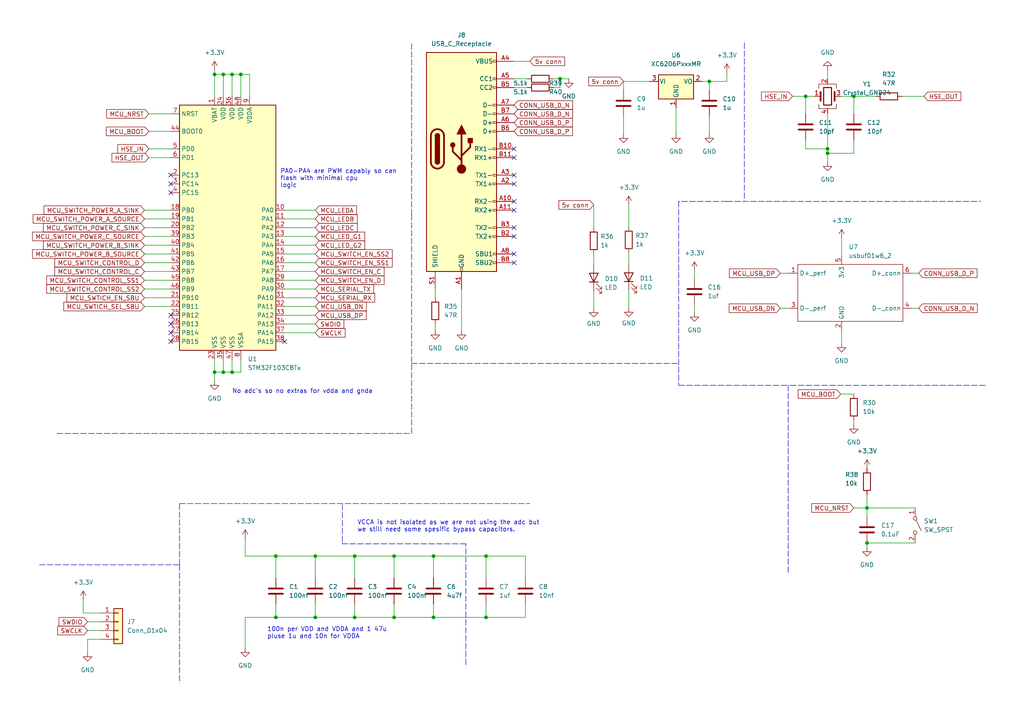
<source format=kicad_sch>
(kicad_sch (version 20211123) (generator eeschema)
  (paper "A4")
  (lib_symbols
    (symbol "Connector:USB_C_Receptacle" (pin_names (offset 1.016))
      (property "Reference" "J" (at -10.16 29.21 0))
      (property "Value" "USB_C_Receptacle" (at 10.16 29.21 0))
      (symbol "USB_C_Receptacle_0_0"
        (rectangle (start -0.254 -35.56) (end 0.254 -34.544))
        (rectangle (start 10.16 -32.766) (end 9.144 -33.274))
        (rectangle (start 10.16 -30.226) (end 9.144 -30.734))
        (rectangle (start 10.16 -25.146) (end 9.144 -25.654))
        (rectangle (start 10.16 -22.606) (end 9.144 -23.114))
        (rectangle (start 10.16 -17.526) (end 9.144 -18.034))
        (rectangle (start 10.16 -14.986) (end 9.144 -15.494))
        (rectangle (start 10.16 -9.906) (end 9.144 -10.414))
        (rectangle (start 10.16 -7.366) (end 9.144 -7.874))
        (rectangle (start 10.16 -2.286) (end 9.144 -2.794))
        (rectangle (start 10.16 0.254) (end 9.144 -0.254))
        (rectangle (start 10.16 5.334) (end 9.144 4.826))
        (rectangle (start 10.16 7.874) (end 9.144 7.366))
        (rectangle (start 10.16 10.414) (end 9.144 9.906))
        (rectangle (start 10.16 12.954) (end 9.144 12.446))
        (rectangle (start 10.16 18.034) (end 9.144 17.526))
        (rectangle (start 10.16 20.574) (end 9.144 20.066))
        (rectangle (start 10.16 25.654) (end 9.144 25.146))
      )
      (symbol "USB_C_Receptacle_0_1"
        (rectangle (start -10.16 27.94) (end 10.16 -35.56) (stroke (width 0.254)) (fill (type background)))
        (arc (start -8.89 -3.81) (mid -6.985 -5.715) (end -5.08 -3.81) (stroke (width 0.508)))
        (arc (start -7.62 -3.81) (mid -6.985 -4.445) (end -6.35 -3.81) (stroke (width 0.254)))
        (arc (start -7.62 -3.81) (mid -6.985 -4.445) (end -6.35 -3.81) (stroke (width 0.254)) (fill (type outline)))
        (rectangle (start -7.62 -3.81) (end -6.35 3.81) (stroke (width 0.254)) (fill (type outline)))
        (arc (start -6.35 3.81) (mid -6.985 4.445) (end -7.62 3.81) (stroke (width 0.254)))
        (arc (start -6.35 3.81) (mid -6.985 4.445) (end -7.62 3.81) (stroke (width 0.254)) (fill (type outline)))
        (arc (start -5.08 3.81) (mid -6.985 5.715) (end -8.89 3.81) (stroke (width 0.508)))
        (polyline (pts (xy -8.89 -3.81) (xy -8.89 3.81)) (stroke (width 0.508)))
        (polyline (pts (xy -5.08 3.81) (xy -5.08 -3.81)) (stroke (width 0.508)))
      )
      (symbol "USB_C_Receptacle_1_1"
        (circle (center -2.54 1.143) (radius 0.635) (stroke (width 0.254)) (fill (type outline)))
        (circle (center 0 -5.842) (radius 1.27) (fill (type outline)))
        (polyline (pts (xy 0 -5.842) (xy 0 4.318)) (stroke (width 0.508)))
        (polyline (pts (xy 0 -3.302) (xy -2.54 -0.762) (xy -2.54 0.508)) (stroke (width 0.508)))
        (polyline (pts (xy 0 -2.032) (xy 2.54 0.508) (xy 2.54 1.778)) (stroke (width 0.508)))
        (polyline (pts (xy -1.27 4.318) (xy 0 6.858) (xy 1.27 4.318) (xy -1.27 4.318)) (stroke (width 0.254)) (fill (type outline)))
        (rectangle (start 1.905 1.778) (end 3.175 3.048) (stroke (width 0.254)) (fill (type outline)))
        (pin passive line (at 0 -40.64 90) (length 5.08) (name "GND") (number "A1"))
        (pin bidirectional line (at 15.24 -15.24 180) (length 5.08) (name "RX2-") (number "A10"))
        (pin bidirectional line (at 15.24 -17.78 180) (length 5.08) (name "RX2+") (number "A11"))
        (pin passive line (at 0 -40.64 90) (length 5.08) hide (name "GND") (number "A12"))
        (pin bidirectional line (at 15.24 -10.16 180) (length 5.08) (name "TX1+") (number "A2"))
        (pin bidirectional line (at 15.24 -7.62 180) (length 5.08) (name "TX1-") (number "A3"))
        (pin passive line (at 15.24 25.4 180) (length 5.08) (name "VBUS") (number "A4"))
        (pin bidirectional line (at 15.24 20.32 180) (length 5.08) (name "CC1") (number "A5"))
        (pin bidirectional line (at 15.24 7.62 180) (length 5.08) (name "D+") (number "A6"))
        (pin bidirectional line (at 15.24 12.7 180) (length 5.08) (name "D-") (number "A7"))
        (pin bidirectional line (at 15.24 -30.48 180) (length 5.08) (name "SBU1") (number "A8"))
        (pin passive line (at 15.24 25.4 180) (length 5.08) hide (name "VBUS") (number "A9"))
        (pin passive line (at 0 -40.64 90) (length 5.08) hide (name "GND") (number "B1"))
        (pin bidirectional line (at 15.24 0 180) (length 5.08) (name "RX1-") (number "B10"))
        (pin bidirectional line (at 15.24 -2.54 180) (length 5.08) (name "RX1+") (number "B11"))
        (pin passive line (at 0 -40.64 90) (length 5.08) hide (name "GND") (number "B12"))
        (pin bidirectional line (at 15.24 -25.4 180) (length 5.08) (name "TX2+") (number "B2"))
        (pin bidirectional line (at 15.24 -22.86 180) (length 5.08) (name "TX2-") (number "B3"))
        (pin passive line (at 15.24 25.4 180) (length 5.08) hide (name "VBUS") (number "B4"))
        (pin bidirectional line (at 15.24 17.78 180) (length 5.08) (name "CC2") (number "B5"))
        (pin bidirectional line (at 15.24 5.08 180) (length 5.08) (name "D+") (number "B6"))
        (pin bidirectional line (at 15.24 10.16 180) (length 5.08) (name "D-") (number "B7"))
        (pin bidirectional line (at 15.24 -33.02 180) (length 5.08) (name "SBU2") (number "B8"))
        (pin passive line (at 15.24 25.4 180) (length 5.08) hide (name "VBUS") (number "B9"))
        (pin passive line (at -7.62 -40.64 90) (length 5.08) (name "SHIELD") (number "S1"))
      )
    )
    (symbol "Connector_Generic:Conn_01x04" (pin_names (offset 1.016) hide)
      (property "Reference" "J" (at 0 5.08 0))
      (property "Value" "Conn_01x04" (at 0 -7.62 0))
      (symbol "Conn_01x04_1_1"
        (rectangle (start -1.27 -4.953) (end 0 -5.207) (stroke (width 0.1524)))
        (rectangle (start -1.27 -2.413) (end 0 -2.667) (stroke (width 0.1524)))
        (rectangle (start -1.27 0.127) (end 0 -0.127) (stroke (width 0.1524)))
        (rectangle (start -1.27 2.667) (end 0 2.413) (stroke (width 0.1524)))
        (rectangle (start -1.27 3.81) (end 1.27 -6.35) (stroke (width 0.254)) (fill (type background)))
        (pin passive line (at -5.08 2.54 0) (length 3.81) (name "Pin_1") (number "1"))
        (pin passive line (at -5.08 0 0) (length 3.81) (name "Pin_2") (number "2"))
        (pin passive line (at -5.08 -2.54 0) (length 3.81) (name "Pin_3") (number "3"))
        (pin passive line (at -5.08 -5.08 0) (length 3.81) (name "Pin_4") (number "4"))
      )
    )
    (symbol "Device:C" (pin_numbers hide) (pin_names (offset 0.254))
      (property "Reference" "C" (at 0.635 2.54 0))
      (property "Value" "C" (at 0.635 -2.54 0))
      (symbol "C_0_1"
        (polyline (pts (xy -2.032 -0.762) (xy 2.032 -0.762)) (stroke (width 0.508)))
        (polyline (pts (xy -2.032 0.762) (xy 2.032 0.762)) (stroke (width 0.508)))
      )
      (symbol "C_1_1"
        (pin passive line (at 0 3.81 270) (length 2.794) (name "~") (number "1"))
        (pin passive line (at 0 -3.81 90) (length 2.794) (name "~") (number "2"))
      )
    )
    (symbol "Device:Crystal_GND24" (pin_names (offset 1.016) hide)
      (property "Reference" "Y" (at 3.175 5.08 0))
      (property "Value" "Crystal_GND24" (at 3.175 3.175 0))
      (symbol "Crystal_GND24_0_1"
        (rectangle (start -1.143 2.54) (end 1.143 -2.54) (stroke (width 0.3048)))
        (polyline (pts (xy -2.54 0) (xy -2.032 0)))
        (polyline (pts (xy -2.032 -1.27) (xy -2.032 1.27)) (stroke (width 0.508)))
        (polyline (pts (xy 0 -3.81) (xy 0 -3.556)))
        (polyline (pts (xy 0 3.556) (xy 0 3.81)))
        (polyline (pts (xy 2.032 -1.27) (xy 2.032 1.27)) (stroke (width 0.508)))
        (polyline (pts (xy 2.032 0) (xy 2.54 0)))
        (polyline (pts (xy -2.54 -2.286) (xy -2.54 -3.556) (xy 2.54 -3.556) (xy 2.54 -2.286)))
        (polyline (pts (xy -2.54 2.286) (xy -2.54 3.556) (xy 2.54 3.556) (xy 2.54 2.286)))
      )
      (symbol "Crystal_GND24_1_1"
        (pin passive line (at -3.81 0 0) (length 1.27) (name "1") (number "1"))
        (pin passive line (at 0 5.08 270) (length 1.27) (name "2") (number "2"))
        (pin passive line (at 3.81 0 180) (length 1.27) (name "3") (number "3"))
        (pin passive line (at 0 -5.08 90) (length 1.27) (name "4") (number "4"))
      )
    )
    (symbol "Device:LED" (pin_numbers hide) (pin_names (offset 1.016) hide)
      (property "Reference" "D" (at 0 2.54 0))
      (property "Value" "LED" (at 0 -2.54 0))
      (symbol "LED_0_1"
        (polyline (pts (xy -1.27 -1.27) (xy -1.27 1.27)) (stroke (width 0.254)))
        (polyline (pts (xy -1.27 0) (xy 1.27 0)))
        (polyline (pts (xy 1.27 -1.27) (xy 1.27 1.27) (xy -1.27 0) (xy 1.27 -1.27)) (stroke (width 0.254)))
        (polyline (pts (xy -3.048 -0.762) (xy -4.572 -2.286) (xy -3.81 -2.286) (xy -4.572 -2.286) (xy -4.572 -1.524)))
        (polyline (pts (xy -1.778 -0.762) (xy -3.302 -2.286) (xy -2.54 -2.286) (xy -3.302 -2.286) (xy -3.302 -1.524)))
      )
      (symbol "LED_1_1"
        (pin passive line (at -3.81 0 0) (length 2.54) (name "K") (number "1"))
        (pin passive line (at 3.81 0 180) (length 2.54) (name "A") (number "2"))
      )
    )
    (symbol "Device:R" (pin_numbers hide) (pin_names (offset 0))
      (property "Reference" "R" (at 2.032 0 90))
      (property "Value" "R" (at 0 0 90))
      (symbol "R_0_1"
        (rectangle (start -1.016 -2.54) (end 1.016 2.54) (stroke (width 0.254)))
      )
      (symbol "R_1_1"
        (pin passive line (at 0 3.81 270) (length 1.27) (name "~") (number "1"))
        (pin passive line (at 0 -3.81 90) (length 1.27) (name "~") (number "2"))
      )
    )
    (symbol "MCU_ST_STM32F1:STM32F103C8Tx"
      (property "Reference" "U" (at -15.24 36.83 0))
      (property "Value" "STM32F103C8Tx" (at 7.62 36.83 0))
      (symbol "STM32F103C8Tx_0_1"
        (rectangle (start -15.24 -35.56) (end 12.7 35.56) (stroke (width 0.254)) (fill (type background)))
      )
      (symbol "STM32F103C8Tx_1_1"
        (pin power_in line (at -5.08 38.1 270) (length 2.54) (name "VBAT") (number "1"))
        (pin bidirectional line (at 15.24 5.08 180) (length 2.54) (name "PA0") (number "10"))
        (pin bidirectional line (at 15.24 2.54 180) (length 2.54) (name "PA1") (number "11"))
        (pin bidirectional line (at 15.24 0 180) (length 2.54) (name "PA2") (number "12"))
        (pin bidirectional line (at 15.24 -2.54 180) (length 2.54) (name "PA3") (number "13"))
        (pin bidirectional line (at 15.24 -5.08 180) (length 2.54) (name "PA4") (number "14"))
        (pin bidirectional line (at 15.24 -7.62 180) (length 2.54) (name "PA5") (number "15"))
        (pin bidirectional line (at 15.24 -10.16 180) (length 2.54) (name "PA6") (number "16"))
        (pin bidirectional line (at 15.24 -12.7 180) (length 2.54) (name "PA7") (number "17"))
        (pin bidirectional line (at -17.78 5.08 0) (length 2.54) (name "PB0") (number "18"))
        (pin bidirectional line (at -17.78 2.54 0) (length 2.54) (name "PB1") (number "19"))
        (pin bidirectional line (at -17.78 15.24 0) (length 2.54) (name "PC13") (number "2"))
        (pin bidirectional line (at -17.78 0 0) (length 2.54) (name "PB2") (number "20"))
        (pin bidirectional line (at -17.78 -20.32 0) (length 2.54) (name "PB10") (number "21"))
        (pin bidirectional line (at -17.78 -22.86 0) (length 2.54) (name "PB11") (number "22"))
        (pin power_in line (at -5.08 -38.1 90) (length 2.54) (name "VSS") (number "23"))
        (pin power_in line (at -2.54 38.1 270) (length 2.54) (name "VDD") (number "24"))
        (pin bidirectional line (at -17.78 -25.4 0) (length 2.54) (name "PB12") (number "25"))
        (pin bidirectional line (at -17.78 -27.94 0) (length 2.54) (name "PB13") (number "26"))
        (pin bidirectional line (at -17.78 -30.48 0) (length 2.54) (name "PB14") (number "27"))
        (pin bidirectional line (at -17.78 -33.02 0) (length 2.54) (name "PB15") (number "28"))
        (pin bidirectional line (at 15.24 -15.24 180) (length 2.54) (name "PA8") (number "29"))
        (pin bidirectional line (at -17.78 12.7 0) (length 2.54) (name "PC14") (number "3"))
        (pin bidirectional line (at 15.24 -17.78 180) (length 2.54) (name "PA9") (number "30"))
        (pin bidirectional line (at 15.24 -20.32 180) (length 2.54) (name "PA10") (number "31"))
        (pin bidirectional line (at 15.24 -22.86 180) (length 2.54) (name "PA11") (number "32"))
        (pin bidirectional line (at 15.24 -25.4 180) (length 2.54) (name "PA12") (number "33"))
        (pin bidirectional line (at 15.24 -27.94 180) (length 2.54) (name "PA13") (number "34"))
        (pin power_in line (at -2.54 -38.1 90) (length 2.54) (name "VSS") (number "35"))
        (pin power_in line (at 0 38.1 270) (length 2.54) (name "VDD") (number "36"))
        (pin bidirectional line (at 15.24 -30.48 180) (length 2.54) (name "PA14") (number "37"))
        (pin bidirectional line (at 15.24 -33.02 180) (length 2.54) (name "PA15") (number "38"))
        (pin bidirectional line (at -17.78 -2.54 0) (length 2.54) (name "PB3") (number "39"))
        (pin bidirectional line (at -17.78 10.16 0) (length 2.54) (name "PC15") (number "4"))
        (pin bidirectional line (at -17.78 -5.08 0) (length 2.54) (name "PB4") (number "40"))
        (pin bidirectional line (at -17.78 -7.62 0) (length 2.54) (name "PB5") (number "41"))
        (pin bidirectional line (at -17.78 -10.16 0) (length 2.54) (name "PB6") (number "42"))
        (pin bidirectional line (at -17.78 -12.7 0) (length 2.54) (name "PB7") (number "43"))
        (pin input line (at -17.78 27.94 0) (length 2.54) (name "BOOT0") (number "44"))
        (pin bidirectional line (at -17.78 -15.24 0) (length 2.54) (name "PB8") (number "45"))
        (pin bidirectional line (at -17.78 -17.78 0) (length 2.54) (name "PB9") (number "46"))
        (pin power_in line (at 0 -38.1 90) (length 2.54) (name "VSS") (number "47"))
        (pin power_in line (at 2.54 38.1 270) (length 2.54) (name "VDD") (number "48"))
        (pin input line (at -17.78 22.86 0) (length 2.54) (name "PD0") (number "5"))
        (pin input line (at -17.78 20.32 0) (length 2.54) (name "PD1") (number "6"))
        (pin input line (at -17.78 33.02 0) (length 2.54) (name "NRST") (number "7"))
        (pin power_in line (at 2.54 -38.1 90) (length 2.54) (name "VSSA") (number "8"))
        (pin power_in line (at 5.08 38.1 270) (length 2.54) (name "VDDA") (number "9"))
      )
    )
    (symbol "Regulator_Linear:XC6206PxxxMR" (pin_names (offset 0.254))
      (property "Reference" "U" (at -3.81 3.175 0))
      (property "Value" "XC6206PxxxMR" (at 0 3.175 0))
      (symbol "XC6206PxxxMR_0_1"
        (rectangle (start -5.08 1.905) (end 5.08 -5.08) (stroke (width 0.254)) (fill (type background)))
      )
      (symbol "XC6206PxxxMR_1_1"
        (pin power_in line (at 0 -7.62 90) (length 2.54) (name "GND") (number "1"))
        (pin power_out line (at 7.62 0 180) (length 2.54) (name "VO") (number "2"))
        (pin power_in line (at -7.62 0 0) (length 2.54) (name "VI") (number "3"))
      )
    )
    (symbol "Switch:SW_SPST" (pin_names (offset 0) hide)
      (property "Reference" "SW" (at 0 3.175 0))
      (property "Value" "SW_SPST" (at 0 -2.54 0))
      (symbol "SW_SPST_0_0"
        (circle (center -2.032 0) (radius 0.508))
        (polyline (pts (xy -1.524 0.254) (xy 1.524 1.778)))
        (circle (center 2.032 0) (radius 0.508))
      )
      (symbol "SW_SPST_1_1"
        (pin passive line (at -5.08 0 0) (length 2.54) (name "A") (number "1"))
        (pin passive line (at 5.08 0 180) (length 2.54) (name "B") (number "2"))
      )
    )
    (symbol "power:+3.3V" (power) (pin_names (offset 0))
      (property "Value" "+3.3V" (at 0 3.556 0))
      (symbol "+3.3V_0_1"
        (polyline (pts (xy -0.762 1.27) (xy 0 2.54)))
        (polyline (pts (xy 0 0) (xy 0 2.54)))
        (polyline (pts (xy 0 2.54) (xy 0.762 1.27)))
      )
      (symbol "+3.3V_1_1"
        (pin power_in line (at 0 0 90) (length 0) hide (name "+3.3V") (number "1"))
      )
    )
    (symbol "power:GND" (power) (pin_names (offset 0))
      (property "Value" "GND" (at 0 -3.81 0))
      (symbol "GND_0_1"
        (polyline (pts (xy 0 0) (xy 0 -1.27) (xy 1.27 -1.27) (xy 0 -2.54) (xy -1.27 -1.27) (xy 0 -1.27)))
      )
      (symbol "GND_1_1"
        (pin power_in line (at 0 0 270) (length 0) hide (name "GND") (number "1"))
      )
    )
    (symbol "usb_pullup:usbuf01w6_2"
      (property "Reference" "U" (at 0 -21.59 0))
      (property "Value" "usbuf01w6_2" (at 0 19.05 0))
      (symbol "usbuf01w6_2_0_1"
        (rectangle (start -12.7 7.62) (end 17.78 -8.89))
      )
      (symbol "usbuf01w6_2_1_1"
        (pin input line (at -15.24 5.08 0) (length 2.54) (name "D+_perf") (number "1"))
        (pin power_in line (at 0 -11.43 90) (length 2.54) (name "GND") (number "2"))
        (pin input line (at -15.24 -5.08 0) (length 2.54) (name "D-_perf") (number "3"))
        (pin output line (at 20.32 -5.08 180) (length 2.54) (name "D-_conn") (number "4"))
        (pin power_in line (at 0 10.16 270) (length 2.54) (name "3v3") (number "5"))
        (pin output line (at 20.32 5.08 180) (length 2.54) (name "D+_conn") (number "6"))
      )
    )
  )
  (junction (at 125.73 179.07))
  (junction (at 140.97 161.29))
  (junction (at 162.433 22.86))
  (junction (at 80.01 161.29))
  (junction (at 69.85 21.59))
  (junction (at 62.23 107.95))
  (junction (at 67.31 21.59))
  (junction (at 62.23 21.59))
  (junction (at 240.03 43.18))
  (junction (at 240.03 44.45))
  (junction (at 102.87 179.07))
  (junction (at 251.46 157.48))
  (junction (at 247.65 27.94))
  (junction (at 91.44 161.29))
  (junction (at 140.97 179.07))
  (junction (at 102.87 161.29))
  (junction (at 125.73 161.29))
  (junction (at 205.74 23.622))
  (junction (at 233.68 27.94))
  (junction (at 80.01 179.07))
  (junction (at 91.44 179.07))
  (junction (at 67.31 107.95))
  (junction (at 64.77 21.59))
  (junction (at 114.3 161.29))
  (junction (at 64.77 107.95))
  (junction (at 114.3 179.07))
  (junction (at 251.46 147.32))
  (no_connect (at 49.53 93.98))
  (no_connect (at 49.53 53.34))
  (no_connect (at 149.098 53.34))
  (no_connect (at 149.098 58.42))
  (no_connect (at 149.098 76.2))
  (no_connect (at 149.098 68.58))
  (no_connect (at 49.53 99.06))
  (no_connect (at 149.098 60.96))
  (no_connect (at 49.53 91.44))
  (no_connect (at 149.098 43.18))
  (no_connect (at 49.53 55.88))
  (no_connect (at 149.098 73.66))
  (no_connect (at 49.53 96.52))
  (no_connect (at 149.098 66.04))
  (no_connect (at 149.098 45.72))
  (no_connect (at 49.53 50.8))
  (no_connect (at 82.55 99.06))
  (no_connect (at 149.098 50.8))
  (polyline (pts (xy 285.75 111.76) (xy 228.6 111.76)))
  (wire (pts (xy 160.528 25.4) (xy 162.433 25.4)))
  (wire (pts (xy 240.03 33.02) (xy 240.03 43.18)))
  (wire (pts (xy 133.858 83.82) (xy 133.858 95.885)))
  (wire (pts (xy 91.44 161.29) (xy 91.44 167.64)))
  (wire (pts (xy 82.55 63.5) (xy 91.44 63.5)))
  (wire (pts (xy 41.91 66.04) (xy 49.53 66.04)))
  (polyline (pts (xy 52.07 163.83) (xy 52.07 146.05)))
  (wire (pts (xy 80.01 161.29) (xy 80.01 167.64)))
  (polyline (pts (xy 119.38 105.41) (xy 196.85 105.41)))
  (wire (pts (xy 41.91 60.96) (xy 49.53 60.96)))
  (wire (pts (xy 152.4 161.29) (xy 152.4 167.64)))
  (wire (pts (xy 29.21 177.8) (xy 24.13 177.8)))
  (wire (pts (xy 41.91 86.36) (xy 49.53 86.36)))
  (wire (pts (xy 69.85 107.95) (xy 67.31 107.95)))
  (polyline (pts (xy 119.38 62.23) (xy 119.38 125.73)))
  (wire (pts (xy 125.73 179.07) (xy 125.73 175.26)))
  (wire (pts (xy 72.39 21.59) (xy 69.85 21.59)))
  (wire (pts (xy 67.31 104.14) (xy 67.31 107.95)))
  (wire (pts (xy 233.68 27.94) (xy 233.68 33.02)))
  (wire (pts (xy 82.55 68.58) (xy 91.44 68.58)))
  (wire (pts (xy 69.85 21.59) (xy 67.31 21.59)))
  (wire (pts (xy 126.238 83.82) (xy 126.238 86.36)))
  (wire (pts (xy 67.31 21.59) (xy 64.77 21.59)))
  (wire (pts (xy 162.433 22.86) (xy 164.973 22.86)))
  (wire (pts (xy 82.55 91.44) (xy 91.44 91.44)))
  (wire (pts (xy 41.91 76.2) (xy 49.53 76.2)))
  (wire (pts (xy 140.97 179.07) (xy 140.97 175.26)))
  (polyline (pts (xy 135.128 157.734) (xy 99.314 157.734)))
  (wire (pts (xy 25.4 180.34) (xy 29.21 180.34)))
  (wire (pts (xy 71.12 161.29) (xy 80.01 161.29)))
  (wire (pts (xy 149.098 25.4) (xy 152.908 25.4)))
  (wire (pts (xy 210.82 21.082) (xy 210.82 23.622)))
  (wire (pts (xy 162.433 22.86) (xy 162.433 25.4)))
  (wire (pts (xy 82.55 73.66) (xy 91.44 73.66)))
  (wire (pts (xy 71.12 179.07) (xy 80.01 179.07)))
  (polyline (pts (xy 119.38 12.7) (xy 119.38 62.23)))
  (wire (pts (xy 149.098 17.78) (xy 153.67 17.78)))
  (wire (pts (xy 62.23 104.14) (xy 62.23 107.95)))
  (wire (pts (xy 25.4 182.88) (xy 29.21 182.88)))
  (wire (pts (xy 41.91 63.5) (xy 49.53 63.5)))
  (wire (pts (xy 62.23 107.95) (xy 62.23 110.49)))
  (wire (pts (xy 205.74 23.622) (xy 205.74 26.162)))
  (polyline (pts (xy 135.128 192.786) (xy 135.128 157.734)))
  (wire (pts (xy 251.46 158.75) (xy 251.46 157.48)))
  (wire (pts (xy 71.12 187.96) (xy 71.12 179.07)))
  (wire (pts (xy 180.848 23.622) (xy 180.848 26.162)))
  (wire (pts (xy 201.422 88.392) (xy 201.422 90.678)))
  (wire (pts (xy 64.77 107.95) (xy 67.31 107.95)))
  (wire (pts (xy 226.314 89.408) (xy 228.854 89.408)))
  (wire (pts (xy 247.65 27.94) (xy 247.65 33.02)))
  (wire (pts (xy 267.97 27.94) (xy 261.62 27.94)))
  (wire (pts (xy 264.414 89.408) (xy 266.446 89.408)))
  (wire (pts (xy 80.01 179.07) (xy 91.44 179.07)))
  (wire (pts (xy 102.87 161.29) (xy 114.3 161.29)))
  (wire (pts (xy 69.85 104.14) (xy 69.85 107.95)))
  (wire (pts (xy 247.65 27.94) (xy 254 27.94)))
  (wire (pts (xy 62.23 21.59) (xy 62.23 27.94)))
  (wire (pts (xy 80.01 161.29) (xy 91.44 161.29)))
  (wire (pts (xy 251.46 147.32) (xy 251.46 149.86)))
  (wire (pts (xy 82.55 86.36) (xy 91.44 86.36)))
  (wire (pts (xy 172.212 73.66) (xy 172.212 76.708)))
  (wire (pts (xy 125.73 161.29) (xy 125.73 167.64)))
  (wire (pts (xy 41.91 81.28) (xy 49.53 81.28)))
  (polyline (pts (xy 228.6 111.76) (xy 228.6 166.37)))
  (wire (pts (xy 41.91 88.9) (xy 49.53 88.9)))
  (wire (pts (xy 64.77 21.59) (xy 62.23 21.59)))
  (wire (pts (xy 244.094 69.088) (xy 244.094 74.168)))
  (wire (pts (xy 247.65 147.32) (xy 251.46 147.32)))
  (wire (pts (xy 182.372 84.201) (xy 182.372 89.281)))
  (polyline (pts (xy 99.314 146.304) (xy 99.314 157.48)))
  (polyline (pts (xy 52.07 163.83) (xy 52.07 198.12)))
  (wire (pts (xy 251.46 143.51) (xy 251.46 147.32)))
  (wire (pts (xy 140.97 161.29) (xy 152.4 161.29)))
  (wire (pts (xy 125.73 161.29) (xy 140.97 161.29)))
  (polyline (pts (xy 52.07 146.05) (xy 153.67 146.05)))
  (wire (pts (xy 43.18 33.02) (xy 49.53 33.02)))
  (polyline (pts (xy 210.82 58.42) (xy 196.85 58.42)))
  (wire (pts (xy 71.12 156.21) (xy 71.12 161.29)))
  (polyline (pts (xy 196.85 111.76) (xy 228.6 111.76)))
  (wire (pts (xy 240.03 43.18) (xy 240.03 44.45)))
  (wire (pts (xy 125.73 179.07) (xy 140.97 179.07)))
  (wire (pts (xy 240.03 20.32) (xy 240.03 22.86)))
  (wire (pts (xy 251.46 157.48) (xy 265.43 157.48)))
  (wire (pts (xy 64.77 104.14) (xy 64.77 107.95)))
  (polyline (pts (xy 215.9 12.446) (xy 215.9 58.166)))
  (wire (pts (xy 182.372 59.436) (xy 182.372 65.786)))
  (wire (pts (xy 203.708 23.622) (xy 205.74 23.622)))
  (wire (pts (xy 114.3 179.07) (xy 125.73 179.07)))
  (wire (pts (xy 114.3 161.29) (xy 125.73 161.29)))
  (wire (pts (xy 69.85 27.94) (xy 69.85 21.59)))
  (polyline (pts (xy 210.82 58.42) (xy 284.48 58.42)))
  (wire (pts (xy 64.77 107.95) (xy 62.23 107.95)))
  (wire (pts (xy 82.55 60.96) (xy 91.44 60.96)))
  (wire (pts (xy 180.848 23.622) (xy 188.468 23.622)))
  (wire (pts (xy 126.238 93.98) (xy 126.238 95.885)))
  (polyline (pts (xy 16.51 125.73) (xy 119.38 125.73)))
  (wire (pts (xy 182.372 73.406) (xy 182.372 76.581)))
  (wire (pts (xy 233.68 27.94) (xy 236.22 27.94)))
  (wire (pts (xy 264.414 79.248) (xy 266.446 79.248)))
  (wire (pts (xy 25.4 185.42) (xy 29.21 185.42)))
  (wire (pts (xy 91.44 161.29) (xy 102.87 161.29)))
  (wire (pts (xy 226.314 79.248) (xy 228.854 79.248)))
  (wire (pts (xy 233.68 40.64) (xy 233.68 43.18)))
  (wire (pts (xy 82.55 66.04) (xy 91.44 66.04)))
  (wire (pts (xy 233.68 43.18) (xy 240.03 43.18)))
  (wire (pts (xy 80.01 175.26) (xy 80.01 179.07)))
  (wire (pts (xy 172.212 59.436) (xy 172.212 66.04)))
  (wire (pts (xy 160.528 22.86) (xy 162.433 22.86)))
  (wire (pts (xy 82.55 81.28) (xy 91.44 81.28)))
  (wire (pts (xy 243.84 27.94) (xy 247.65 27.94)))
  (wire (pts (xy 43.18 38.1) (xy 49.53 38.1)))
  (wire (pts (xy 43.18 43.18) (xy 49.53 43.18)))
  (wire (pts (xy 82.55 71.12) (xy 91.44 71.12)))
  (wire (pts (xy 201.422 78.486) (xy 201.422 80.772)))
  (wire (pts (xy 64.77 27.94) (xy 64.77 21.59)))
  (wire (pts (xy 140.97 179.07) (xy 152.4 179.07)))
  (wire (pts (xy 205.74 23.622) (xy 210.82 23.622)))
  (wire (pts (xy 82.55 78.74) (xy 91.44 78.74)))
  (wire (pts (xy 41.91 68.58) (xy 49.53 68.58)))
  (wire (pts (xy 149.098 22.86) (xy 152.908 22.86)))
  (wire (pts (xy 180.848 33.782) (xy 180.848 38.862)))
  (wire (pts (xy 102.87 161.29) (xy 102.87 167.64)))
  (wire (pts (xy 172.212 84.328) (xy 172.212 89.408)))
  (wire (pts (xy 82.55 83.82) (xy 91.44 83.82)))
  (wire (pts (xy 140.97 161.29) (xy 140.97 167.64)))
  (wire (pts (xy 41.91 73.66) (xy 49.53 73.66)))
  (polyline (pts (xy 11.43 163.83) (xy 52.07 163.83)))
  (wire (pts (xy 251.46 147.32) (xy 265.43 147.32)))
  (wire (pts (xy 196.088 31.242) (xy 196.088 38.862)))
  (wire (pts (xy 82.55 76.2) (xy 91.44 76.2)))
  (wire (pts (xy 244.094 95.758) (xy 244.094 99.568)))
  (wire (pts (xy 41.91 83.82) (xy 49.53 83.82)))
  (wire (pts (xy 205.74 33.782) (xy 205.74 38.862)))
  (wire (pts (xy 41.91 71.12) (xy 49.53 71.12)))
  (polyline (pts (xy 196.85 58.42) (xy 196.85 111.76)))
  (wire (pts (xy 229.87 27.94) (xy 233.68 27.94)))
  (wire (pts (xy 24.13 177.8) (xy 24.13 173.99)))
  (polyline (pts (xy 99.314 157.48) (xy 99.314 157.734)))
  (wire (pts (xy 41.91 78.74) (xy 49.53 78.74)))
  (wire (pts (xy 243.84 114.3) (xy 247.65 114.3)))
  (wire (pts (xy 82.55 96.52) (xy 91.44 96.52)))
  (wire (pts (xy 82.55 88.9) (xy 91.44 88.9)))
  (wire (pts (xy 43.18 45.72) (xy 49.53 45.72)))
  (wire (pts (xy 152.4 179.07) (xy 152.4 175.26)))
  (wire (pts (xy 247.65 40.64) (xy 247.65 44.45)))
  (wire (pts (xy 240.03 44.45) (xy 240.03 46.99)))
  (wire (pts (xy 25.4 189.23) (xy 25.4 185.42)))
  (wire (pts (xy 102.87 179.07) (xy 114.3 179.07)))
  (wire (pts (xy 62.23 20.32) (xy 62.23 21.59)))
  (wire (pts (xy 91.44 175.26) (xy 91.44 179.07)))
  (wire (pts (xy 82.55 93.98) (xy 91.44 93.98)))
  (wire (pts (xy 67.31 27.94) (xy 67.31 21.59)))
  (wire (pts (xy 102.87 175.26) (xy 102.87 179.07)))
  (wire (pts (xy 72.39 27.94) (xy 72.39 21.59)))
  (wire (pts (xy 240.03 44.45) (xy 247.65 44.45)))
  (wire (pts (xy 114.3 167.64) (xy 114.3 161.29)))
  (wire (pts (xy 247.65 121.92) (xy 247.65 123.19)))
  (wire (pts (xy 114.3 175.26) (xy 114.3 179.07)))
  (wire (pts (xy 91.44 179.07) (xy 102.87 179.07)))
  (text "100n per VDD and VDDA and 1 47u \npluse 1u and 10n for VDDA" (at 77.47 185.42 0) (effects (font (size 1.27 1.27)) (justify left bottom)))
  (text "No adc's so no extras for vdda and gnda" (at 67.31 114.3 0) (effects (font (size 1.27 1.27)) (justify left bottom)))
  (text "VCCA is not isolated as we are not using the adc but\nwe still need some spesific bypass capacitors." (at 103.632 154.432 0) (effects (font (size 1.27 1.27)) (justify left bottom)))
  (text "PA0-PA4 are PWM capably so can\nflash with minimal cpu\nlogic" (at 81.28 54.61 0) (effects (font (size 1.27 1.27)) (justify left bottom)))
  (global_label "MCU_LEDC" (shape input) (at 91.44 66.04 0) (property "Intersheet References" "${INTERSHEET_REFS}" (effects hide)))
  (global_label "MCU_SWTICH_EN_SBU" (shape input) (at 41.91 86.36 180) (property "Intersheet References" "${INTERSHEET_REFS}" (effects hide)))
  (global_label "MCU_SWITCH_EN_C" (shape input) (at 91.44 78.74 0) (property "Intersheet References" "${INTERSHEET_REFS}" (effects hide)))
  (global_label "HSE_IN" (shape input) (at 43.18 43.18 180) (property "Intersheet References" "${INTERSHEET_REFS}" (effects hide)))
  (global_label "HSE_IN" (shape input) (at 229.87 27.94 180) (property "Intersheet References" "${INTERSHEET_REFS}" (effects hide)))
  (global_label "MCU_USB_DN" (shape input) (at 226.314 89.408 180) (property "Intersheet References" "${INTERSHEET_REFS}" (effects hide)))
  (global_label "MCU_SWITCH_CONTROL_SS2" (shape input) (at 41.91 83.82 180) (property "Intersheet References" "${INTERSHEET_REFS}" (effects hide)))
  (global_label "MCU_SWITCH_POWER_C_SINK" (shape input) (at 41.91 66.04 180) (property "Intersheet References" "${INTERSHEET_REFS}" (effects hide)))
  (global_label "HSE_OUT" (shape input) (at 43.18 45.72 180) (property "Intersheet References" "${INTERSHEET_REFS}" (effects hide)))
  (global_label "MCU_SWITCH_POWER_A_SINK" (shape input) (at 41.91 60.96 180) (property "Intersheet References" "${INTERSHEET_REFS}" (effects hide)))
  (global_label "MCU_LEDA" (shape input) (at 91.44 60.96 0) (property "Intersheet References" "${INTERSHEET_REFS}" (effects hide)))
  (global_label "MCU_SWITCH_POWER_B_SINK" (shape input) (at 41.91 71.12 180) (property "Intersheet References" "${INTERSHEET_REFS}" (effects hide)))
  (global_label "MCU_SERIAL_RX" (shape input) (at 91.44 86.36 0) (property "Intersheet References" "${INTERSHEET_REFS}" (effects hide)))
  (global_label "MCU_SWITCH_CONTROL_D" (shape input) (at 41.91 76.2 180) (property "Intersheet References" "${INTERSHEET_REFS}" (effects hide)))
  (global_label "MCU_USB_DP" (shape input) (at 226.314 79.248 180) (property "Intersheet References" "${INTERSHEET_REFS}" (effects hide)))
  (global_label "MCU_SWTICH_SEL_SBU" (shape input) (at 41.91 88.9 180) (property "Intersheet References" "${INTERSHEET_REFS}" (effects hide)))
  (global_label "CONN_USB_D_N" (shape input) (at 149.098 33.02 0) (property "Intersheet References" "${INTERSHEET_REFS}" (effects hide)))
  (global_label "CONN_USB_D_N" (shape input) (at 266.446 89.408 0) (property "Intersheet References" "${INTERSHEET_REFS}" (effects hide)))
  (global_label "CONN_USB_D_N" (shape input) (at 149.098 30.48 0) (property "Intersheet References" "${INTERSHEET_REFS}" (effects hide)))
  (global_label "MCU_LED_G2" (shape input) (at 91.44 71.12 0) (property "Intersheet References" "${INTERSHEET_REFS}" (effects hide)))
  (global_label "MCU_SWITCH_CONTROL_C" (shape input) (at 41.91 78.74 180) (property "Intersheet References" "${INTERSHEET_REFS}" (effects hide)))
  (global_label "MCU_SWITCH_POWER_B_SOURCE" (shape input) (at 41.91 73.66 180) (property "Intersheet References" "${INTERSHEET_REFS}" (effects hide)))
  (global_label "MCU_BOOT" (shape input) (at 43.18 38.1 180) (property "Intersheet References" "${INTERSHEET_REFS}" (effects hide)))
  (global_label "MCU_USB_DP" (shape input) (at 91.44 91.44 0) (property "Intersheet References" "${INTERSHEET_REFS}" (effects hide)))
  (global_label "SWDIO" (shape input) (at 25.4 180.34 180) (property "Intersheet References" "${INTERSHEET_REFS}" (effects hide)))
  (global_label "MCU_SWITCH_EN_D" (shape input) (at 91.44 81.28 0) (property "Intersheet References" "${INTERSHEET_REFS}" (effects hide)))
  (global_label "MCU_BOOT" (shape input) (at 243.84 114.3 180) (property "Intersheet References" "${INTERSHEET_REFS}" (effects hide)))
  (global_label "MCU_SERIAL_TX" (shape input) (at 91.44 83.82 0) (property "Intersheet References" "${INTERSHEET_REFS}" (effects hide)))
  (global_label "MCU_NRST" (shape input) (at 247.65 147.32 180) (property "Intersheet References" "${INTERSHEET_REFS}" (effects hide)))
  (global_label "5v conn" (shape input) (at 153.67 17.78 0) (property "Intersheet References" "${INTERSHEET_REFS}" (effects hide)))
  (global_label "CONN_USB_D_P" (shape input) (at 266.446 79.248 0) (property "Intersheet References" "${INTERSHEET_REFS}" (effects hide)))
  (global_label "SWCLK" (shape input) (at 91.44 96.52 0) (property "Intersheet References" "${INTERSHEET_REFS}" (effects hide)))
  (global_label "5v conn" (shape input) (at 172.212 59.436 180) (property "Intersheet References" "${INTERSHEET_REFS}" (effects hide)))
  (global_label "SWCLK" (shape input) (at 25.4 182.88 180) (property "Intersheet References" "${INTERSHEET_REFS}" (effects hide)))
  (global_label "5v conn" (shape input) (at 180.848 23.622 180) (property "Intersheet References" "${INTERSHEET_REFS}" (effects hide)))
  (global_label "MCU_SWITCH_POWER_C_SOURCE" (shape input) (at 41.91 68.58 180) (property "Intersheet References" "${INTERSHEET_REFS}" (effects hide)))
  (global_label "MCU_SWITCH_POWER_A_SOURCE" (shape input) (at 41.91 63.5 180) (property "Intersheet References" "${INTERSHEET_REFS}" (effects hide)))
  (global_label "CONN_USB_D_P" (shape input) (at 149.098 35.56 0) (property "Intersheet References" "${INTERSHEET_REFS}" (effects hide)))
  (global_label "MCU_LEDB" (shape input) (at 91.44 63.5 0) (property "Intersheet References" "${INTERSHEET_REFS}" (effects hide)))
  (global_label "MCU_USB_DN" (shape input) (at 91.44 88.9 0) (property "Intersheet References" "${INTERSHEET_REFS}" (effects hide)))
  (global_label "HSE_OUT" (shape input) (at 267.97 27.94 0) (property "Intersheet References" "${INTERSHEET_REFS}" (effects hide)))
  (global_label "MCU_LED_G1" (shape input) (at 91.44 68.58 0) (property "Intersheet References" "${INTERSHEET_REFS}" (effects hide)))
  (global_label "SWDIO" (shape input) (at 91.44 93.98 0) (property "Intersheet References" "${INTERSHEET_REFS}" (effects hide)))
  (global_label "MCU_SWITCH_EN_SS1" (shape input) (at 91.44 76.2 0) (property "Intersheet References" "${INTERSHEET_REFS}" (effects hide)))
  (global_label "MCU_SWITCH_CONTROL_SS1" (shape input) (at 41.91 81.28 180) (property "Intersheet References" "${INTERSHEET_REFS}" (effects hide)))
  (global_label "MCU_NRST" (shape input) (at 43.18 33.02 180) (property "Intersheet References" "${INTERSHEET_REFS}" (effects hide)))
  (global_label "CONN_USB_D_P" (shape input) (at 149.098 38.1 0) (property "Intersheet References" "${INTERSHEET_REFS}" (effects hide)))
  (global_label "MCU_SWITCH_EN_SS2" (shape input) (at 91.44 73.66 0) (property "Intersheet References" "${INTERSHEET_REFS}" (effects hide)))
  (symbol (lib_id "power:+3.3V") (at 62.23 20.32 0) (unit 1)
    (property "Reference" "#PWR0124" (effects hide))
    (property "Value" "+3.3V" (at 62.23 15.24 0))
  )
  (symbol (lib_id "usb_pullup:usbuf01w6_2") (at 244.094 84.328 0) (unit 1)
    (property "Reference" "U7" (at 246.1134 71.628 0) (effects (justify left)))
    (property "Value" "usbuf01w6_2" (at 246.1134 74.168 0) (effects (justify left)))
    (property "Footprint" "Package_TO_SOT_SMD:SOT-363_SC-70-6" (effects hide))
    (property "Datasheet" "https://datasheet.lcsc.com/lcsc/1809041135_STMicroelectronics-USBUF01W6_C123726.pdf" (effects hide))
    (property "LCSC" "C123726" (effects hide))
  )
  (symbol (lib_id "power:GND") (at 244.094 99.568 0) (unit 1)
    (property "Reference" "#PWR0126" (effects hide))
    (property "Value" "GND" (at 244.094 104.648 0))
  )
  (symbol (lib_id "power:GND") (at 205.74 38.862 0) (unit 1)
    (property "Reference" "#PWR0112" (effects hide))
    (property "Value" "GND" (at 205.74 43.942 0))
  )
  (symbol (lib_id "power:GND") (at 164.973 22.86 0) (unit 1)
    (property "Reference" "#PWR0134" (effects hide))
    (property "Value" "GND" (at 164.973 27.94 0))
  )
  (symbol (lib_id "Device:R") (at 126.238 90.17 180) (unit 1)
    (property "Reference" "R35" (at 128.778 88.8999 0) (effects (justify right)))
    (property "Value" "47R" (at 128.778 91.4399 0) (effects (justify right)))
    (property "Footprint" "Resistor_SMD:R_0603_1608Metric_Pad0.98x0.95mm_HandSolder" (effects hide))
    (property "LCSC" "C103671" (effects hide))
  )
  (symbol (lib_id "power:GND") (at 247.65 123.19 0) (unit 1)
    (property "Reference" "#PWR0128" (effects hide))
    (property "Value" "GND" (at 247.65 128.27 0))
  )
  (symbol (lib_id "power:+3.3V") (at 244.094 69.088 0) (unit 1)
    (property "Reference" "#PWR0127" (effects hide))
    (property "Value" "+3.3V" (at 244.094 64.008 0))
  )
  (symbol (lib_id "Device:C") (at 201.422 84.582 0) (unit 1)
    (property "Reference" "C16" (at 205.232 83.3119 0) (effects (justify left)))
    (property "Value" "1uf" (at 205.232 85.8519 0) (effects (justify left)))
    (property "Footprint" "Capacitor_SMD:C_0603_1608Metric_Pad1.08x0.95mm_HandSolder" (effects hide))
    (property "LCSC" "C15849" (effects hide))
  )
  (symbol (lib_id "power:GND") (at 25.4 189.23 0) (unit 1)
    (property "Reference" "#PWR0122" (effects hide))
    (property "Value" "GND" (at 25.4 194.31 0))
  )
  (symbol (lib_id "Connector:USB_C_Receptacle") (at 133.858 43.18 0) (unit 1)
    (property "Reference" "J8" (at 133.858 10.16 0))
    (property "Value" "USB_C_Receptacle" (at 133.858 12.7 0))
    (property "Footprint" "ct_footprint:TYPE-C 24pin molex 1054500101" (effects hide))
    (property "Datasheet" "https://www.usb.org/sites/default/files/documents/usb_type-c.zip" (effects hide))
    (property "LCSC" "C134092" (effects hide))
  )
  (symbol (lib_id "Device:R") (at 172.212 69.85 0) (unit 1)
    (property "Reference" "R36" (at 174.117 68.5799 0) (effects (justify left)))
    (property "Value" "1k" (at 174.117 71.1199 0) (effects (justify left)))
    (property "Footprint" "Resistor_SMD:R_0603_1608Metric_Pad0.98x0.95mm_HandSolder" (effects hide))
    (property "LCSC" "C21190" (effects hide))
  )
  (symbol (lib_id "Device:C") (at 102.87 171.45 0) (unit 1)
    (property "Reference" "C3" (at 106.68 170.1799 0) (effects (justify left)))
    (property "Value" "100nf" (at 106.68 172.7199 0) (effects (justify left)))
    (property "Footprint" "Capacitor_SMD:C_0603_1608Metric_Pad1.08x0.95mm_HandSolder" (effects hide))
    (property "LCSC" "C14663" (effects hide))
  )
  (symbol (lib_id "Device:R") (at 247.65 118.11 0) (unit 1)
    (property "Reference" "R30" (at 250.19 116.84 0) (effects (justify left)))
    (property "Value" "10k" (at 250.19 119.38 0) (effects (justify left)))
    (property "Footprint" "Resistor_SMD:R_0603_1608Metric_Pad0.98x0.95mm_HandSolder" (effects hide))
    (property "LCSC" "C25804" (effects hide))
  )
  (symbol (lib_id "power:GND") (at 201.422 90.678 0) (unit 1)
    (property "Reference" "#PWR02" (effects hide))
    (property "Value" "GND" (at 201.422 95.758 0))
  )
  (symbol (lib_id "Device:R") (at 156.718 22.86 90) (unit 1)
    (property "Reference" "R39" (at 161.163 24.13 90))
    (property "Value" "5.1k" (at 151.003 24.13 90))
    (property "Footprint" "Resistor_SMD:R_0603_1608Metric" (effects hide))
    (property "LCSC" "C23186" (effects hide))
  )
  (symbol (lib_id "MCU_ST_STM32F1:STM32F103C8Tx") (at 67.31 66.04 0) (unit 1)
    (property "Reference" "U1" (at 71.8694 104.14 0) (effects (justify left)))
    (property "Value" "STM32F103C8Tx" (at 71.8694 106.68 0) (effects (justify left)))
    (property "Footprint" "Package_QFP:LQFP-48_7x7mm_P0.5mm" (effects hide))
    (property "Datasheet" "http://www.st.com/st-web-ui/static/active/en/resource/technical/document/datasheet/CD00161566.pdf" (effects hide))
    (property "LCSC Part #" "C8734" (effects hide))
    (property "JLCPCB Rotation Offset" "90" (effects hide))
  )
  (symbol (lib_id "Device:LED") (at 172.212 80.518 90) (unit 1)
    (property "Reference" "D10" (at 175.387 80.8354 90) (effects (justify right)))
    (property "Value" "LED" (at 175.387 83.3754 90) (effects (justify right)))
    (property "Footprint" "LED_SMD:LED_0603_1608Metric_Pad1.05x0.95mm_HandSolder" (effects hide))
    (property "LCSC" "C2290" (effects hide))
    (property "LCSC Part #" "C2290" (effects hide))
  )
  (symbol (lib_id "Device:C") (at 247.65 36.83 0) (unit 1)
    (property "Reference" "C12" (at 251.46 35.5599 0) (effects (justify left)))
    (property "Value" "10pf" (at 251.46 38.0999 0) (effects (justify left)))
    (property "Footprint" "Capacitor_SMD:C_0603_1608Metric_Pad1.08x0.95mm_HandSolder" (effects hide))
    (property "LCSC" "C1634" (effects hide))
  )
  (symbol (lib_id "power:+3.3V") (at 24.13 173.99 0) (unit 1)
    (property "Reference" "#PWR0123" (effects hide))
    (property "Value" "+3.3V" (at 24.13 168.91 0))
  )
  (symbol (lib_id "power:GND") (at 71.12 187.96 0) (unit 1)
    (property "Reference" "#PWR0120" (effects hide))
    (property "Value" "GND" (at 71.12 193.04 0))
  )
  (symbol (lib_id "power:GND") (at 172.212 89.408 0) (unit 1)
    (property "Reference" "#PWR0129" (effects hide))
    (property "Value" "GND" (at 172.212 93.853 0))
  )
  (symbol (lib_id "power:GND") (at 182.372 89.281 0) (unit 1)
    (property "Reference" "#PWR0119" (effects hide))
    (property "Value" "GND" (at 182.372 93.726 0))
  )
  (symbol (lib_id "power:GND") (at 126.238 95.885 0) (unit 1)
    (property "Reference" "#PWR0133" (effects hide))
    (property "Value" "GND" (at 126.238 100.965 0))
  )
  (symbol (lib_id "Device:C") (at 180.848 29.972 0) (unit 1)
    (property "Reference" "C9" (at 184.658 28.7019 0) (effects (justify left)))
    (property "Value" "1u" (at 184.658 31.2419 0) (effects (justify left)))
    (property "Footprint" "Capacitor_SMD:C_0603_1608Metric_Pad1.08x0.95mm_HandSolder" (effects hide))
    (property "LCSC" "C15849" (effects hide))
  )
  (symbol (lib_id "power:GND") (at 240.03 20.32 180) (unit 1)
    (property "Reference" "#PWR0130" (effects hide))
    (property "Value" "GND" (at 240.03 15.24 0))
  )
  (symbol (lib_id "Device:C") (at 114.3 171.45 0) (unit 1)
    (property "Reference" "C4" (at 118.11 170.1799 0) (effects (justify left)))
    (property "Value" "100nf" (at 118.11 172.7199 0) (effects (justify left)))
    (property "Footprint" "Capacitor_SMD:C_0603_1608Metric_Pad1.08x0.95mm_HandSolder" (effects hide))
    (property "LCSC" "C14663" (effects hide))
  )
  (symbol (lib_id "power:+3.3V") (at 210.82 21.082 0) (unit 1)
    (property "Reference" "#PWR0111" (effects hide))
    (property "Value" "+3.3V" (at 210.82 16.002 0))
  )
  (symbol (lib_id "Device:C") (at 205.74 29.972 0) (unit 1)
    (property "Reference" "C10" (at 209.55 28.7019 0) (effects (justify left)))
    (property "Value" "1u" (at 209.55 31.2419 0) (effects (justify left)))
    (property "Footprint" "Capacitor_SMD:C_0603_1608Metric_Pad1.08x0.95mm_HandSolder" (effects hide))
    (property "LCSC" "C15849" (effects hide))
  )
  (symbol (lib_id "power:GND") (at 251.46 158.75 0) (unit 1)
    (property "Reference" "#PWR0118" (effects hide))
    (property "Value" "GND" (at 251.46 163.83 0))
  )
  (symbol (lib_id "Device:C") (at 152.4 171.45 0) (unit 1)
    (property "Reference" "C8" (at 156.21 170.1799 0) (effects (justify left)))
    (property "Value" "10nf" (at 156.21 172.7199 0) (effects (justify left)))
    (property "Footprint" "Capacitor_SMD:C_0603_1608Metric_Pad1.08x0.95mm_HandSolder" (effects hide))
    (property "LCSC" "C57112" (effects hide))
  )
  (symbol (lib_id "Device:C") (at 125.73 171.45 0) (unit 1)
    (property "Reference" "C6" (at 129.54 170.1799 0) (effects (justify left)))
    (property "Value" "4u7f" (at 129.54 172.7199 0) (effects (justify left)))
    (property "Footprint" "Capacitor_SMD:C_0603_1608Metric_Pad1.08x0.95mm_HandSolder" (effects hide))
    (property "LCSC" "C19666" (effects hide))
  )
  (symbol (lib_id "Device:C") (at 80.01 171.45 0) (unit 1)
    (property "Reference" "C1" (at 83.82 170.1799 0) (effects (justify left)))
    (property "Value" "100nf" (at 83.82 172.7199 0) (effects (justify left)))
    (property "Footprint" "Capacitor_SMD:C_0603_1608Metric_Pad1.08x0.95mm_HandSolder" (effects hide))
    (property "LCSC" "C14663" (effects hide))
  )
  (symbol (lib_id "power:+3.3V") (at 251.46 135.89 0) (unit 1)
    (property "Reference" "#PWR011" (effects hide))
    (property "Value" "+3.3V" (at 251.46 130.81 0))
  )
  (symbol (lib_id "power:GND") (at 180.848 38.862 0) (unit 1)
    (property "Reference" "#PWR0116" (effects hide))
    (property "Value" "GND" (at 180.848 43.942 0))
  )
  (symbol (lib_id "Regulator_Linear:XC6206PxxxMR") (at 196.088 23.622 0) (unit 1)
    (property "Reference" "U6" (at 196.088 16.002 0))
    (property "Value" "XC6206PxxxMR" (at 196.088 18.542 0))
    (property "Footprint" "Package_TO_SOT_SMD:SOT-23" (effects hide))
    (property "Datasheet" "https://www.torexsemi.com/file/xc6206/XC6206.pdf" (effects hide))
    (property "LCSC" "C5446" (effects hide))
  )
  (symbol (lib_id "Device:R") (at 251.46 139.7 0) (unit 1)
    (property "Reference" "R38" (at 245.11 137.668 0) (effects (justify left)))
    (property "Value" "10k" (at 245.11 140.208 0) (effects (justify left)))
    (property "Footprint" "Resistor_SMD:R_0603_1608Metric_Pad0.98x0.95mm_HandSolder" (effects hide))
    (property "LCSC" "C25804" (effects hide))
  )
  (symbol (lib_id "Device:Crystal_GND24") (at 240.03 27.94 0) (unit 1)
    (property "Reference" "Y1" (at 251.46 24.3586 0))
    (property "Value" "Crystal_GND24" (at 251.46 26.8986 0))
    (property "Footprint" "Crystal:Crystal_SMD_3225-4Pin_3.2x2.5mm" (effects hide))
    (property "LCSC" "C112972" (effects hide))
  )
  (symbol (lib_id "power:+3.3V") (at 182.372 59.436 0) (unit 1)
    (property "Reference" "#PWR0143" (effects hide))
    (property "Value" "+3.3V" (at 182.372 54.356 0))
  )
  (symbol (lib_id "Connector_Generic:Conn_01x04") (at 34.29 180.34 0) (unit 1) (in_bom no)
    (property "Reference" "J7" (at 36.83 180.3399 0) (effects (justify left)))
    (property "Value" "Conn_01x04" (at 36.83 182.8799 0) (effects (justify left)))
    (property "Footprint" "Connector_PinHeader_2.54mm:PinHeader_1x04_P2.54mm_Vertical" (effects hide))
  )
  (symbol (lib_id "power:GND") (at 240.03 46.99 0) (unit 1)
    (property "Reference" "#PWR0125" (effects hide))
    (property "Value" "GND" (at 240.03 52.07 0))
  )
  (symbol (lib_id "Device:C") (at 91.44 171.45 0) (unit 1)
    (property "Reference" "C2" (at 95.25 170.1799 0) (effects (justify left)))
    (property "Value" "100nf" (at 95.25 172.7199 0) (effects (justify left)))
    (property "Footprint" "Capacitor_SMD:C_0603_1608Metric_Pad1.08x0.95mm_HandSolder" (effects hide))
    (property "LCSC" "C14663" (effects hide))
  )
  (symbol (lib_id "Switch:SW_SPST") (at 265.43 152.4 270) (unit 1)
    (property "Reference" "SW1" (at 267.97 151.1299 90) (effects (justify left)))
    (property "Value" "SW_SPST" (at 267.97 153.6699 90) (effects (justify left)))
    (property "Footprint" "Button_Switch_SMD:Panasonic_EVQPUJ_EVQPUA" (effects hide))
  )
  (symbol (lib_id "Device:C") (at 140.97 171.45 0) (unit 1)
    (property "Reference" "C7" (at 144.78 170.1799 0) (effects (justify left)))
    (property "Value" "1uf" (at 144.78 172.7199 0) (effects (justify left)))
    (property "Footprint" "Capacitor_SMD:C_0603_1608Metric_Pad1.08x0.95mm_HandSolder" (effects hide))
    (property "LCSC" "C15849" (effects hide))
  )
  (symbol (lib_id "Device:R") (at 156.718 25.4 90) (unit 1)
    (property "Reference" "R40" (at 161.163 26.67 90))
    (property "Value" "5.1k" (at 151.003 26.67 90))
    (property "Footprint" "Resistor_SMD:R_0603_1608Metric" (effects hide))
    (property "LCSC" "C23186" (effects hide))
  )
  (symbol (lib_id "power:GND") (at 196.088 38.862 0) (unit 1)
    (property "Reference" "#PWR0115" (effects hide))
    (property "Value" "GND" (at 196.088 43.942 0))
  )
  (symbol (lib_id "Device:C") (at 233.68 36.83 0) (unit 1)
    (property "Reference" "C11" (at 237.49 35.5599 0) (effects (justify left)))
    (property "Value" "10pf" (at 237.49 38.0999 0) (effects (justify left)))
    (property "Footprint" "Capacitor_SMD:C_0603_1608Metric_Pad1.08x0.95mm_HandSolder" (effects hide))
    (property "LCSC" "C1634" (effects hide))
  )
  (symbol (lib_id "power:GND") (at 133.858 95.885 0) (unit 1)
    (property "Reference" "#PWR0132" (effects hide))
    (property "Value" "GND" (at 133.858 100.965 0))
  )
  (symbol (lib_id "power:+3.3V") (at 201.422 78.486 0) (unit 1)
    (property "Reference" "#PWR01" (effects hide))
    (property "Value" "+3.3V" (at 201.422 73.406 0))
  )
  (symbol (lib_id "power:+3.3V") (at 71.12 156.21 0) (unit 1)
    (property "Reference" "#PWR0121" (effects hide))
    (property "Value" "+3.3V" (at 71.12 151.13 0))
  )
  (symbol (lib_id "power:GND") (at 62.23 110.49 0) (unit 1)
    (property "Reference" "#PWR0117" (effects hide))
    (property "Value" "GND" (at 62.23 115.57 0))
  )
  (symbol (lib_id "Device:C") (at 251.46 153.67 0) (unit 1)
    (property "Reference" "C17" (at 255.524 152.3999 0) (effects (justify left)))
    (property "Value" "0.1uF" (at 255.524 154.9399 0) (effects (justify left)))
    (property "Footprint" "Capacitor_SMD:C_0603_1608Metric_Pad1.08x0.95mm_HandSolder" (effects hide))
    (property "LCSC" "C14663" (effects hide))
  )
  (symbol (lib_id "Device:R") (at 257.81 27.94 90) (unit 1)
    (property "Reference" "R32" (at 257.81 21.59 90))
    (property "Value" "47R" (at 257.81 24.13 90))
    (property "Footprint" "Resistor_SMD:R_0603_1608Metric_Pad0.98x0.95mm_HandSolder" (effects hide))
    (property "LCSC" "C103671" (effects hide))
  )
  (symbol (lib_id "Device:R") (at 182.372 69.596 0) (unit 1)
    (property "Reference" "R37" (at 184.277 68.3259 0) (effects (justify left)))
    (property "Value" "1k" (at 184.277 70.8659 0) (effects (justify left)))
    (property "Footprint" "Resistor_SMD:R_0603_1608Metric_Pad0.98x0.95mm_HandSolder" (effects hide))
    (property "LCSC" "C21190" (effects hide))
  )
  (symbol (lib_id "Device:LED") (at 182.372 80.391 90) (unit 1)
    (property "Reference" "D11" (at 185.547 80.7084 90) (effects (justify right)))
    (property "Value" "LED" (at 185.547 83.2484 90) (effects (justify right)))
    (property "Footprint" "LED_SMD:LED_0603_1608Metric_Pad1.05x0.95mm_HandSolder" (effects hide))
    (property "LCSC" "C2290" (effects hide))
    (property "LCSC Part #" "C2290" (effects hide))
  )
)
</source>
